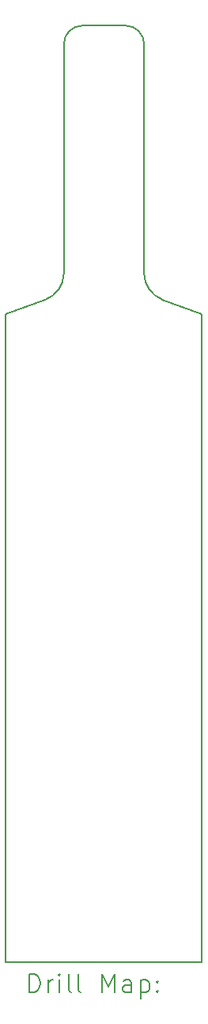
<source format=gbr>
%TF.GenerationSoftware,KiCad,Pcbnew,7.0.7*%
%TF.CreationDate,2024-01-05T06:15:33+01:00*%
%TF.ProjectId,microscope,6d696372-6f73-4636-9f70-652e6b696361,rev?*%
%TF.SameCoordinates,Original*%
%TF.FileFunction,Drillmap*%
%TF.FilePolarity,Positive*%
%FSLAX45Y45*%
G04 Gerber Fmt 4.5, Leading zero omitted, Abs format (unit mm)*
G04 Created by KiCad (PCBNEW 7.0.7) date 2024-01-05 06:15:33*
%MOMM*%
%LPD*%
G01*
G04 APERTURE LIST*
%ADD10C,0.200000*%
G04 APERTURE END LIST*
D10*
X13539410Y-6380000D02*
G75*
G03*
X13339404Y-6180000I-200010J-10D01*
G01*
X14160000Y-16180000D02*
X14160000Y-9260000D01*
X12880596Y-6180006D02*
G75*
G03*
X12680596Y-6380000I-6J-199994D01*
G01*
X13539404Y-8824059D02*
X13539404Y-6380000D01*
X13339404Y-6180000D02*
X12880596Y-6180000D01*
X12680596Y-8824059D02*
X12680596Y-6380000D01*
X14160000Y-9260000D02*
X13736798Y-9105967D01*
X13539402Y-8824059D02*
G75*
G03*
X13736798Y-9105967I299998J-1D01*
G01*
X12060000Y-16180000D02*
X14160000Y-16180000D01*
X12060000Y-9260000D02*
X12060000Y-16180000D01*
X12060000Y-9260000D02*
X12483202Y-9105967D01*
X12483202Y-9105965D02*
G75*
G03*
X12680596Y-8824059I-102602J281905D01*
G01*
X12310777Y-16501484D02*
X12310777Y-16301484D01*
X12310777Y-16301484D02*
X12358396Y-16301484D01*
X12358396Y-16301484D02*
X12386967Y-16311008D01*
X12386967Y-16311008D02*
X12406015Y-16330055D01*
X12406015Y-16330055D02*
X12415539Y-16349103D01*
X12415539Y-16349103D02*
X12425062Y-16387198D01*
X12425062Y-16387198D02*
X12425062Y-16415769D01*
X12425062Y-16415769D02*
X12415539Y-16453865D01*
X12415539Y-16453865D02*
X12406015Y-16472912D01*
X12406015Y-16472912D02*
X12386967Y-16491960D01*
X12386967Y-16491960D02*
X12358396Y-16501484D01*
X12358396Y-16501484D02*
X12310777Y-16501484D01*
X12510777Y-16501484D02*
X12510777Y-16368150D01*
X12510777Y-16406246D02*
X12520301Y-16387198D01*
X12520301Y-16387198D02*
X12529824Y-16377674D01*
X12529824Y-16377674D02*
X12548872Y-16368150D01*
X12548872Y-16368150D02*
X12567920Y-16368150D01*
X12634586Y-16501484D02*
X12634586Y-16368150D01*
X12634586Y-16301484D02*
X12625062Y-16311008D01*
X12625062Y-16311008D02*
X12634586Y-16320531D01*
X12634586Y-16320531D02*
X12644110Y-16311008D01*
X12644110Y-16311008D02*
X12634586Y-16301484D01*
X12634586Y-16301484D02*
X12634586Y-16320531D01*
X12758396Y-16501484D02*
X12739348Y-16491960D01*
X12739348Y-16491960D02*
X12729824Y-16472912D01*
X12729824Y-16472912D02*
X12729824Y-16301484D01*
X12863158Y-16501484D02*
X12844110Y-16491960D01*
X12844110Y-16491960D02*
X12834586Y-16472912D01*
X12834586Y-16472912D02*
X12834586Y-16301484D01*
X13091729Y-16501484D02*
X13091729Y-16301484D01*
X13091729Y-16301484D02*
X13158396Y-16444341D01*
X13158396Y-16444341D02*
X13225062Y-16301484D01*
X13225062Y-16301484D02*
X13225062Y-16501484D01*
X13406015Y-16501484D02*
X13406015Y-16396722D01*
X13406015Y-16396722D02*
X13396491Y-16377674D01*
X13396491Y-16377674D02*
X13377443Y-16368150D01*
X13377443Y-16368150D02*
X13339348Y-16368150D01*
X13339348Y-16368150D02*
X13320301Y-16377674D01*
X13406015Y-16491960D02*
X13386967Y-16501484D01*
X13386967Y-16501484D02*
X13339348Y-16501484D01*
X13339348Y-16501484D02*
X13320301Y-16491960D01*
X13320301Y-16491960D02*
X13310777Y-16472912D01*
X13310777Y-16472912D02*
X13310777Y-16453865D01*
X13310777Y-16453865D02*
X13320301Y-16434817D01*
X13320301Y-16434817D02*
X13339348Y-16425293D01*
X13339348Y-16425293D02*
X13386967Y-16425293D01*
X13386967Y-16425293D02*
X13406015Y-16415769D01*
X13501253Y-16368150D02*
X13501253Y-16568150D01*
X13501253Y-16377674D02*
X13520301Y-16368150D01*
X13520301Y-16368150D02*
X13558396Y-16368150D01*
X13558396Y-16368150D02*
X13577443Y-16377674D01*
X13577443Y-16377674D02*
X13586967Y-16387198D01*
X13586967Y-16387198D02*
X13596491Y-16406246D01*
X13596491Y-16406246D02*
X13596491Y-16463388D01*
X13596491Y-16463388D02*
X13586967Y-16482436D01*
X13586967Y-16482436D02*
X13577443Y-16491960D01*
X13577443Y-16491960D02*
X13558396Y-16501484D01*
X13558396Y-16501484D02*
X13520301Y-16501484D01*
X13520301Y-16501484D02*
X13501253Y-16491960D01*
X13682205Y-16482436D02*
X13691729Y-16491960D01*
X13691729Y-16491960D02*
X13682205Y-16501484D01*
X13682205Y-16501484D02*
X13672682Y-16491960D01*
X13672682Y-16491960D02*
X13682205Y-16482436D01*
X13682205Y-16482436D02*
X13682205Y-16501484D01*
X13682205Y-16377674D02*
X13691729Y-16387198D01*
X13691729Y-16387198D02*
X13682205Y-16396722D01*
X13682205Y-16396722D02*
X13672682Y-16387198D01*
X13672682Y-16387198D02*
X13682205Y-16377674D01*
X13682205Y-16377674D02*
X13682205Y-16396722D01*
M02*

</source>
